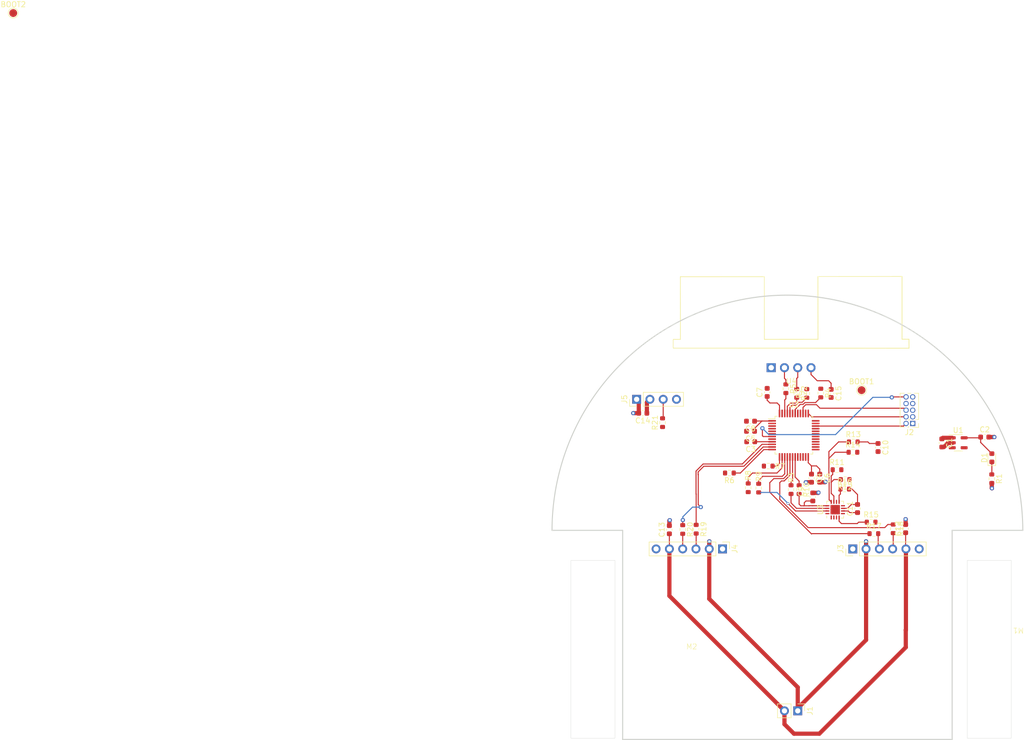
<source format=kicad_pcb>
(kicad_pcb (version 20221018) (generator pcbnew)
  (layers (0 "F.Cu" signal) (31 "B.Cu" signal) (34 "B.Paste" user) (35 "F.Paste" user) (36 "B.SilkS" user "B.Silkscreen") (37 "F.SilkS" user "F.Silkscreen") (38 "B.Mask" user) (39 "F.Mask" user) (44 "Edge.Cuts" user))
  (net 0 "")
  (net 1 "+3.3V")
  (net 2 "GND")
  (net 3 "+BATT")
  (net 4 "/external_uart/EXT_UART_RX")
  (net 5 "/mcu/IN_B2")
  (net 6 "/external_uart/EXT_UART_TX")
  (net 7 "/mcu/BOOT0")
  (net 8 "Net-(C10-Pad1)")
  (net 9 "/mcu/TIM15_CH1")
  (net 10 "Net-(D1-K)")
  (net 11 "/mcu/TIM15_CH2")
  (net 13 "/mcu/OUT_A4")
  (net 15 "/mcu/OUT_A5")
  (net 16 "/mcu/OUT_B0")
  (net 17 "/motorA/MA")
  (net 18 "/mcu/OUT_B1")
  (net 19 "Net-(J3-Pin_3)")
  (net 20 "/mcu/OUT_B9")
  (net 21 "Net-(J3-Pin_4)")
  (net 22 "/mcu/TIM3_CH1")
  (net 23 "/mcu/TIM2_CH1")
  (net 24 "/mcu/TIM3_CH2")
  (net 25 "/mcu/TIM2_CH2")
  (net 26 "/mcu/TIM8_CH2")
  (net 27 "Net-(U4-ECHO)")
  (net 28 "/motorA/MB")
  (net 29 "/motorB/MA")
  (net 30 "Net-(J4-Pin_3)")
  (net 31 "Net-(J4-Pin_4)")
  (net 32 "/motorB/MB")
  (net 33 "/mcu/~{RESET}")
  (net 34 "Net-(J5-Pin_3)")
  (net 35 "Net-(U2-PB0)")
  (net 36 "Net-(U2-PB6)")
  (net 37 "Net-(U2-PB9)")
  (net 38 "Net-(U2-PA2)")
  (net 39 "Net-(U2-PA3)")
  (net 40 "Net-(U2-PA4)")
  (net 41 "Net-(U2-PA5)")
  (net 42 "Net-(U3-REF)")
  (net 43 "Net-(U3-TOFF)")
  (net 44 "/mcu/SWDIO")
  (net 45 "Net-(U3-SENSEA)")
  (net 46 "Net-(U3-SENSEB)")
  (net 47 "/mcu/SWDCLK")
  (net 48 "/mcu/SWO")
  (footprint "Resistor_SMD:R_0603_1608Metric" (layer "F.Cu") (at 160.25 92.35)
    (fp_text reference "R16")
    (fp_text value "330 m")
  )
  (footprint "Package_QFP:LQFP-48_7x7mm_P0.5mm" (layer "F.Cu") (at 150.53033 82.043014)
    (fp_text reference "U2")
    (fp_text value "STM32F030C8Tx")
  )
  (footprint "Resistor_SMD:R_0603_1608Metric" (layer "F.Cu") (at 153 74.05 90)
    (fp_text reference "R2")
    (fp_text value "10k")
  )
  (footprint "minimouse:N20_with_encoder" (layer "F.Cu") (at 131 123)
    (fp_text reference "M2")
    (fp_text value "N20_encoder")
    (fp_rect (start -23.1 -17) (end -14.67 17) (stroke (width 0.05)) (fill none) (layer "Edge.Cuts"))
  )
  (footprint "Resistor_SMD:R_0603_1608Metric" (layer "F.Cu") (at 125.421467 79.638535 90)
    (fp_text reference "R21")
    (fp_text value "100")
  )
  (footprint "Resistor_SMD:R_0603_1608Metric" (layer "F.Cu") (at 129.275 100.075 -90)
    (fp_text reference "R20")
    (fp_text value "100")
  )
  (footprint "Capacitor_SMD:C_0603_1608Metric" (layer "F.Cu") (at 126.725 100.125 90)
    (fp_text reference "C13")
    (fp_text value "2.2uF")
  )
  (footprint "Capacitor_SMD:C_0603_1608Metric" (layer "F.Cu") (at 162.7 96.075 90)
    (fp_text reference "C11")
    (fp_text value "2.2 uF / 16V")
  )
  (footprint "TestPoint:TestPoint_Pad_D1.5mm" (layer "F.Cu") (at 163.475 73.425)
    (fp_text reference "BOOT1")
    (fp_text value "TestPoint")
  )
  (footprint "Package_DFN_QFN:VQFN-16-1EP_3x3mm_P0.5mm_EP1.8x1.8mm" (layer "F.Cu") (at 158.428724 96.289352 90)
    (fp_text reference "U3")
    (fp_text value "STSPIN240")
  )
  (footprint "Resistor_SMD:R_0603_1608Metric" (layer "F.Cu") (at 141.8 92.1 -90)
    (fp_text reference "R8")
    (fp_text value "100")
  )
  (footprint "Capacitor_SMD:C_0603_1608Metric" (layer "F.Cu") (at 145.425 73.85 90)
    (fp_text reference "C7")
    (fp_text value "0.1uF")
  )
  (footprint "Resistor_SMD:R_0603_1608Metric" (layer "F.Cu") (at 149 73.15 -90)
    (fp_text reference "R5")
    (fp_text value "100")
  )
  (footprint "minimouse:HC-SR04" (layer "F.Cu") (at 150 69.125)
    (fp_text reference "U4")
    (fp_text value "HC-SR04")
  )
  (footprint "Resistor_SMD:R_0603_1608Metric" (layer "F.Cu") (at 169.525 99.95 -90)
    (fp_text reference "R18")
    (fp_text value "100")
  )
  (footprint "Capacitor_SMD:C_0603_1608Metric" (layer "F.Cu") (at 142.238374 79.356874 180)
    (fp_text reference "C8")
    (fp_text value "0.1uF")
  )
  (footprint "Capacitor_SMD:C_0603_1608Metric" (layer "F.Cu") (at 166.625 84.4 -90)
    (fp_text reference "C10")
    (fp_text value "22 nF")
  )
  (footprint "minimouse:N20_with_encoder" (layer "F.Cu") (at 169 123 180)
    (fp_text reference "M1")
    (fp_text value "N20_encoder")
    (fp_rect (start -23.1 -17) (end -14.67 17) (stroke (width 0.05)) (fill none) (layer "Edge.Cuts"))
  )
  (footprint "Capacitor_SMD:C_0603_1608Metric" (layer "F.Cu") (at 121.65 77.825 180)
    (fp_text reference "C14")
    (fp_text value "2.2uF")
  )
  (footprint "Capacitor_SMD:C_0603_1608Metric" (layer "F.Cu") (at 157.65 74.05 -90)
    (fp_text reference "C15")
    (fp_text value "2.2uF")
  )
  (footprint "Connector_PinHeader_2.54mm:PinHeader_1x06_P2.54mm_Vertical" (layer "F.Cu") (at 136.89 103.8 -90)
    (fp_text reference "J4")
    (fp_text value "Conn_01x06")
  )
  (footprint "TestPoint:TestPoint_Pad_D1.5mm" (layer "F.Cu") (at 1.275 1.275)
    (fp_text reference "BOOT2")
    (fp_text value "RESET")
  )
  (footprint "Connector_PinHeader_2.54mm:PinHeader_1x02_P2.54mm_Vertical" (layer "F.Cu") (at 151.27 134.775 -90)
    (fp_text reference "J1")
    (fp_text value "Conn_01x02")
  )
  (footprint "Capacitor_SMD:C_0603_1608Metric" (layer "F.Cu") (at 154.15 93.85 90)
    (fp_text reference "C9")
    (fp_text value "1 nF")
  )
  (footprint "Capacitor_SMD:C_0603_1608Metric" (layer "F.Cu") (at 155.475228 90.265288 -90)
    (fp_text reference "C6")
    (fp_text value "0.1uF")
  )
  (footprint "Capacitor_SMD:C_0603_1608Metric" (layer "F.Cu") (at 187.017911 82.398126)
    (fp_text reference "C2")
    (fp_text value "2.2 uF")
  )
  (footprint "Connector_PinHeader_2.54mm:PinHeader_1x04_P2.54mm_Vertical" (layer "F.Cu") (at 120.467249 75.173504 90)
    (fp_text reference "J5")
    (fp_text value "Conn_01x04")
  )
  (footprint "Resistor_SMD:R_0603_1608Metric" (layer "F.Cu") (at 165.825 100.875)
    (fp_text reference "R17")
    (fp_text value "100")
  )
  (footprint "Resistor_SMD:R_0603_1608Metric" (layer "F.Cu") (at 188.369343 90.372555 -90)
    (fp_text reference "R1")
    (fp_text value "330")
  )
  (footprint "Resistor_SMD:R_0603_1608Metric" (layer "F.Cu") (at 155.675 73.975 -90)
    (fp_text reference "R4")
    (fp_text value "100")
  )
  (footprint "Resistor_SMD:R_0603_1608Metric" (layer "F.Cu") (at 138.2 89.275 180)
    (fp_text reference "R6")
    (fp_text value "100")
  )
  (footprint "minimouse:HC-SR04" (layer "F.Cu") (at 150 69.125)
    (fp_text reference "U4")
    (fp_text value "HC-SR04")
  )
  (footprint "Resistor_SMD:R_0603_1608Metric" (layer "F.Cu") (at 160.325 90.525 180)
    (fp_text reference "R12")
    (fp_text value "10 K")
  )
  (footprint "Resistor_SMD:R_0603_1608Metric" (layer "F.Cu") (at 158.775 88.65)
    (fp_text reference "R11")
    (fp_text value "10 K")
  )
  (footprint "Resistor_SMD:R_0603_1608Metric" (layer "F.Cu") (at 145.625 87.95 180)
    (fp_text reference "R7")
    (fp_text value "100")
  )
  (footprint "Capacitor_SMD:C_0603_1608Metric" (layer "F.Cu") (at 142.244546 81.283765 180)
    (fp_text reference "C5")
    (fp_text value "0.1uF")
  )
  (footprint "LED_SMD:LED_0603_1608Metric" (layer "F.Cu") (at 188.381172 86.357437 90)
    (fp_text reference "D1")
    (fp_text value "LED")
  )
  (footprint "Resistor_SMD:R_0603_1608Metric" (layer "F.Cu") (at 151.075 74.025 -90)
    (fp_text reference "R22")
    (fp_text value "100 ")
  )
  (footprint "Capacitor_SMD:C_0603_1608Metric" (layer "F.Cu") (at 153.898092 90.265288 -90)
    (fp_text reference "C4")
    (fp_text value "2.2uF")
  )
  (footprint "Resistor_SMD:R_0603_1608Metric" (layer "F.Cu") (at 143.800889 92.159069 -90)
    (fp_text reference "R9")
    (fp_text value "100")
  )
  (footprint "Connector_PinHeader_1.27mm:PinHeader_2x05_P1.27mm_Vertical" (layer "F.Cu") (at 173.25 79.795 180)
    (fp_text reference "J2")
    (fp_text value "Conn_ARM_JTAG_SWD_10")
  )
  (footprint "Capacitor_SMD:C_0603_1608Metric" (layer "F.Cu") (at 171.896833 99.921331 90)
    (fp_text reference "C12")
    (fp_text value "2.2uF")
  )
  (footprint "Connector_PinHeader_2.54mm:PinHeader_1x06_P2.54mm_Vertical" (layer "F.Cu") (at 161.795 103.8 90)
    (fp_text reference "J3")
    (fp_text value "Conn_01x06")
  )
  (footprint "Resistor_SMD:R_0603_1608Metric" (layer "F.Cu") (at 161.886372 83.326081)
    (fp_text reference "R13")
    (fp_text value "1 K")
  )
  (footprint "Resistor_SMD:R_0603_1608Metric" (layer "F.Cu") (at 151.534068 92.460276 -90)
    (fp_text reference "R10")
    (fp_text value "10 K")
  )
  (footprint "Capacitor_SMD:C_0603_1608Metric" (layer "F.Cu") (at 178.825 83.525 -90)
    (fp_text reference "C1")
    (fp_text value "2.2 uF")
  )
  (footprint "Resistor_SMD:R_0603_1608Metric" (layer "F.Cu") (at 161.825 85.3)
    (fp_text reference "R14")
    (fp_text value "47 K")
  )
  (footprint "Capacitor_SMD:C_0603_1608Metric" (layer "F.Cu") (at 142.278624 83.297197 180)
    (fp_text reference "C3")
    (fp_text value "2.2uF")
  )
  (footprint "Resistor_SMD:R_0603_1608Metric" (layer "F.Cu") (at 131.85 100.025 -90)
    (fp_text reference "R19")
    (fp_text value "100")
  )
  (footprint "Resistor_SMD:R_0603_1608Metric" (layer "F.Cu") (at 165.3 98.675)
    (fp_text reference "R15")
    (fp_text value "330 m")
  )
  (footprint "Package_TO_SOT_SMD:SOT-23-5" (layer "F.Cu") (at 181.945534 83.49203)
    (fp_text reference "U1")
    (fp_text value "LP5907MFX-1.2")
  )
  (footprint "Resistor_SMD:R_0603_1608Metric" (layer "F.Cu") (at 149.986057 92.445533 90)
    (fp_text reference "R3")
    (fp_text value "100")
  )
  (gr_arc (start 104.293271 100.246208) (mid 149.293271 55.246208) (end 194.293271 100.246208) (stroke (width 0.2)) (layer "Edge.Cuts"))
  (gr_line (start 180.793271 140.246208) (end 117.793271 140.246208) (stroke (width 0.2)) (layer "Edge.Cuts"))
  (gr_line (start 117.793271 100.246208) (end 104.293271 100.246208) (stroke (width 0.2)) (layer "Edge.Cuts"))
  (gr_line (start 180.793271 100.246208) (end 180.793271 140.246208) (stroke (width 0.2)) (layer "Edge.Cuts"))
  (gr_line (start 194.293271 100.246208) (end 180.793271 100.246208) (stroke (width 0.2)) (layer "Edge.Cuts"))
  (gr_line (start 117.793271 140.246208) (end 117.793271 100.246208) (stroke (width 0.2)) (layer "Edge.Cuts"))
  (segment (start 153.88658 87.916337) (end 154.861636 87.916337) (width 0.2) (layer "F.Cu") (net 1))
  (segment (start 153.88658 87.916337) (end 153.88658 88.001828) (width 0.2) (layer "F.Cu") (net 1))
  (segment (start 186.242911 82.398126) (end 186.242911 83.431676) (width 0.2) (layer "F.Cu") (net 1))
  (segment (start 147.775634 77.875818) (end 147.78033 77.880514) (width 0.2) (layer "F.Cu") (net 1))
  (segment (start 153.28033 86.205514) (end 153.28033 87.310087) (width 0.2) (layer "F.Cu") (net 1))
  (segment (start 154.861636 87.916337) (end 155.475228 88.529929) (width 0.2) (layer "F.Cu") (net 1))
  (segment (start 145.425 75.35) (end 145.95 75.875) (width 0.2) (layer "F.Cu") (net 1))
  (segment (start 145.95 75.875) (end 147.325 75.875) (width 0.2) (layer "F.Cu") (net 1))
  (segment (start 153.28033 87.310087) (end 153.88658 87.916337) (width 0.2) (layer "F.Cu") (net 1))
  (segment (start 153.898092 88.01334) (end 153.898092 89.490288) (width 0.2) (layer "F.Cu") (net 1))
  (segment (start 186.242911 83.431676) (end 188.381172 85.569937) (width 0.2) (layer "F.Cu") (net 1))
  (segment (start 153.28033 86.205514) (end 153.324594 86.249778) (width 0.2) (layer "F.Cu") (net 1))
  (segment (start 147.325 75.875) (end 147.75 76.3) (width 0.2) (layer "F.Cu") (net 1))
  (segment (start 145.425 74.625) (end 145.425 75.35) (width 0.2) (layer "F.Cu") (net 1))
  (segment (start 183.083034 82.54203) (end 186.099007 82.54203) (width 0.2) (layer "F.Cu") (net 1))
  (segment (start 155.475228 88.529929) (end 155.475228 89.490288) (width 0.2) (layer "F.Cu") (net 1))
  (segment (start 186.099007 82.54203) (end 186.242911 82.398126) (width 0.2) (layer "F.Cu") (net 1))
  (segment (start 153.88658 88.001828) (end 153.898092 88.01334) (width 0.2) (layer "F.Cu") (net 1))
  (segment (start 147.775 76.3) (end 147.78033 76.30533) (width 0.2) (layer "F.Cu") (net 1))
  (segment (start 143.308999 79.328198) (end 144.42 79.328198) (width 0.2) (layer "F.Cu") (net 1))
  (segment (start 147.75 76.3) (end 147.775 76.3) (width 0.2) (layer "F.Cu") (net 1))
  (segment (start 146.332646 79.328198) (end 146.36783 79.293014) (width 0.2) (layer "F.Cu") (net 1))
  (segment (start 143.019546 81.283765) (end 143.019546 80.728652) (width 0.2) (layer "F.Cu") (net 1))
  (segment (start 144.42 79.328198) (end 146.332646 79.328198) (width 0.2) (layer "F.Cu") (net 1))
  (segment (start 143.019546 80.728652) (end 144.42 79.328198) (width 0.2) (layer "F.Cu") (net 1))
  (segment (start 143.057807 83.293014) (end 143.053624 83.297197) (width 0.2) (layer "F.Cu") (net 1))
  (segment (start 147.78033 76.30533) (end 147.78033 77.880514) (width 0.2) (layer "F.Cu") (net 1))
  (segment (start 146.36783 83.293014) (end 143.057807 83.293014) (width 0.2) (layer "F.Cu") (net 1))
  (segment (start 120.875 77.825) (end 120.875 75.581255) (width 0.8) (layer "F.Cu") (net 2))
  (segment (start 120.875 75.581255) (end 120.467249 75.173504) (width 0.8) (layer "F.Cu") (net 2))
  (segment (start 126.725 99.35) (end 126.725 98.375) (width 0.8) (layer "F.Cu") (net 2))
  (segment (start 155.175 93.075) (end 155.225 93.025) (width 0.8) (layer "F.Cu") (net 2))
  (segment (start 179.980718 83.54203) (end 180.808034 83.54203) (width 0.8) (layer "F.Cu") (net 2))
  (segment (start 134.35 103.8) (end 134.35 113.35) (width 0.8) (layer "F.Cu") (net 2))
  (segment (start 154.15 93.075) (end 155.175 93.075) (width 0.8) (layer "F.Cu") (net 2))
  (segment (start 188.369343 92.169343) (end 188.4 92.2) (width 0.8) (layer "F.Cu") (net 2))
  (segment (start 153.898092 91.040288) (end 152.834712 91.040288) (width 0.8) (layer "F.Cu") (net 2))
  (segment (start 164.335 103.8) (end 164.335 121.22061) (width 0.8) (layer "F.Cu") (net 2))
  (segment (start 151.27 130.27) (end 151.27 134.775) (width 0.8) (layer "F.Cu") (net 2))
  (segment (start 161.075 92.35) (end 161.65 92.35) (width 0.2) (layer "F.Cu") (net 2))
  (segment (start 161.525 95.3) (end 162.7 95.3) (width 0.2) (layer "F.Cu") (net 2))
  (segment (start 156.484712 91.040288) (end 156.575 90.95) (width 0.8) (layer "F.Cu") (net 2))
  (segment (start 179.222748 84.3) (end 179.980718 83.54203) (width 0.8) (layer "F.Cu") (net 2))
  (segment (start 134.35 113.35) (end 151.27 130.27) (width 0.8) (layer "F.Cu") (net 2))
  (segment (start 151.27 134.28561) (end 151.27 134.775) (width 0.8) (layer "F.Cu") (net 2))
  (segment (start 161.65 92.35) (end 162.7 93.4) (width 0.2) (layer "F.Cu") (net 2))
  (segment (start 164.335 121.22061) (end 151.27 134.28561) (width 0.8) (layer "F.Cu") (net 2))
  (segment (start 120.875 77.825) (end 119.825 77.825) (width 0.8) (layer "F.Cu") (net 2))
  (segment (start 162.7 93.4) (end 162.7 95.3) (width 0.2) (layer "F.Cu") (net 2))
  (segment (start 160.785648 96.039352) (end 161.525 95.3) (width 0.2) (layer "F.Cu") (net 2))
  (segment (start 187.792911 82.398126) (end 188.848126 82.398126) (width 0.8) (layer "F.Cu") (net 2))
  (segment (start 134.35 102.375) (end 134.375 102.35) (width 0.8) (layer "F.Cu") (net 2))
  (segment (start 126.725 98.375) (end 126.8 98.3) (width 0.8) (layer "F.Cu") (net 2))
  (segment (start 188.848126 82.398126) (end 188.85 82.4) (width 0.8) (layer "F.Cu") (net 2))
  (segment (start 159.916224 96.039352) (end 160.785648 96.039352) (width 0.2) (layer "F.Cu") (net 2))
  (segment (start 155.475228 91.040288) (end 156.484712 91.040288) (width 0.8) (layer "F.Cu") (net 2))
  (segment (start 171.896833 98.112842) (end 171.893642 98.109651) (width 0.8) (layer "F.Cu") (net 2))
  (segment (start 164.335 103.8) (end 164.335 102.36) (width 0.8) (layer "F.Cu") (net 2))
  (segment (start 178.825 84.3) (end 179.222748 84.3) (width 0.8) (layer "F.Cu") (net 2))
  (segment (start 134.35 103.8) (end 134.35 102.375) (width 0.8) (layer "F.Cu") (net 2))
  (segment (start 188.369343 91.197555) (end 188.369343 92.169343) (width 0.8) (layer "F.Cu") (net 2))
  (segment (start 164.335 102.36) (end 164.325 102.35) (width 0.8) (layer "F.Cu") (net 2))
  (segment (start 171.896833 99.146331) (end 171.896833 98.112842) (width 0.8) (layer "F.Cu") (net 2))
  (segment (start 152.834712 91.040288) (end 152.825 91.05) (width 0.8) (layer "F.Cu") (net 2))
  (via (at 188.4 92.2) (size 0.8) (drill 0.4) (layers "F.Cu" "B.Cu") (net 2))
  (via (at 152.825 91.05) (size 0.8) (drill 0.4) (layers "F.Cu" "B.Cu") (net 2))
  (via (at 156.575 90.95) (size 0.8) (drill 0.4) (layers "F.Cu" "B.Cu") (net 2))
  (via (at 171.893642 98.109651) (size 0.8) (drill 0.4) (layers "F.Cu" "B.Cu") (net 2))
  (via (at 155.225 93.025) (size 0.8) (drill 0.4) (layers "F.Cu" "B.Cu") (net 2))
  (via (at 119.825 77.825) (size 0.8) (drill 0.4) (layers "F.Cu" "B.Cu") (net 2))
  (via (at 126.8 98.3) (size 0.8) (drill 0.4) (layers "F.Cu" "B.Cu") (net 2))
  (via (at 134.375 102.35) (size 0.8) (drill 0.4) (layers "F.Cu" "B.Cu") (net 2))
  (via (at 188.85 82.4) (size 0.8) (drill 0.4) (layers "F.Cu" "B.Cu") (net 2))
  (via (at 164.325 102.35) (size 0.8) (drill 0.4) (layers "F.Cu" "B.Cu") (net 2))
  (segment (start 155 71.625) (end 157.175 71.625) (width 0.2) (layer "F.Cu") (net 3))
  (segment (start 171.925 122.625) (end 171.925 119.325) (width 0.8) (layer "F.Cu") (net 3))
  (segment (start 171.896833 100.696331) (end 171.896833 103.741833) (width 0.2) (layer "F.Cu") (net 3))
  (segment (start 180.74191 82.475906) (end 180.808034 82.54203) (width 0.2) (layer "F.Cu") (net 3))
  (segment (start 148.73 134.775) (end 148.73 137.33) (width 0.8) (layer "F.Cu") (net 3))
  (segment (start 157.175 71.625) (end 157.65 72.1) (width 0.2) (layer "F.Cu") (net 3))
  (segment (start 122.425 75.755753) (end 123.007249 75.173504) (width 0.8) (layer "F.Cu") (net 3))
  (segment (start 148.73 137.33) (end 150.55 139.15) (width 0.8) (layer "F.Cu") (net 3))
  (segment (start 157.65 72.1) (end 157.65 73.275) (width 0.2) (layer "F.Cu") (net 3))
  (segment (start 153.81 69.125) (end 153.81 70.435) (width 0.2) (layer "F.Cu") (net 3))
  (segment (start 155.4 139.15) (end 171.925 122.625) (width 0.8) (layer "F.Cu") (net 3))
  (segment (start 171.896833 103.741833) (end 171.955 103.8) (width 0.2) (layer "F.Cu") (net 3))
  (segment (start 159.916224 96.539352) (end 160.914352 96.539352) (width 0.2) (layer "F.Cu") (net 3))
  (segment (start 179.03297 82.54203) (end 180.808034 82.54203) (width 0.8) (layer "F.Cu") (net 3))
  (segment (start 126.73 112.775) (end 126.73 103.8) (width 0.8) (layer "F.Cu") (net 3))
  (segment (start 160.914352 96.539352) (end 161.225 96.85) (width 0.2) (layer "F.Cu") (net 3))
  (segment (start 122.425 77.825) (end 122.425 75.755753) (width 0.8) (layer "F.Cu") (net 3))
  (segment (start 171.955 119.295) (end 171.955 103.8) (width 0.8) (layer "F.Cu") (net 3))
  (segment (start 148.73 134.775) (end 126.73 112.775) (width 0.8) (layer "F.Cu") (net 3))
  (segment (start 171.925 119.325) (end 171.955 119.295) (width 0.8) (layer "F.Cu") (net 3))
  (segment (start 126.725 103.795) (end 126.73 103.8) (width 0.2) (layer "F.Cu") (net 3))
  (segment (start 161.225 96.85) (end 162.7 96.85) (width 0.2) (layer "F.Cu") (net 3))
  (segment (start 126.725 100.9) (end 126.725 103.795) (width 0.2) (layer "F.Cu") (net 3))
  (segment (start 150.55 139.15) (end 155.4 139.15) (width 0.8) (layer "F.Cu") (net 3))
  (segment (start 178.825 82.75) (end 179.03297 82.54203) (width 0.8) (layer "F.Cu") (net 3))
  (segment (start 153.81 70.435) (end 155 71.625) (width 0.2) (layer "F.Cu") (net 3))
  (segment (start 153.432027 95.549849) (end 152.45 95.549849) (width 0.2) (layer "F.Cu") (net 5))
  (segment (start 151.534068 95.234478) (end 151.534068 93.285276) (width 0.2) (layer "F.Cu") (net 5))
  (segment (start 153.442524 95.539352) (end 153.432027 95.549849) (width 0.2) (layer "F.Cu") (net 5))
  (segment (start 152.45 95.549849) (end 151.849439 95.549849) (width 0.2) (layer "F.Cu") (net 5))
  (segment (start 154.1 95.539352) (end 154.118297 95.521055) (width 0.2) (layer "F.Cu") (net 5))
  (segment (start 152.525 94.95) (end 152.525 95.474849) (width 0.2) (layer "F.Cu") (net 5))
  (segment (start 154.1 95.539352) (end 153.442524 95.539352) (width 0.2) (layer "F.Cu") (net 5))
  (segment (start 152.85 94.625) (end 152.525 94.95) (width 0.2) (layer "F.Cu") (net 5))
  (segment (start 154.15 94.625) (end 152.85 94.625) (width 0.2) (layer "F.Cu") (net 5))
  (segment (start 151.849439 95.549849) (end 151.534068 95.234478) (width 0.2) (layer "F.Cu") (net 5))
  (segment (start 156.941224 95.539352) (end 154.1 95.539352) (width 0.2) (layer "F.Cu") (net 5))
  (segment (start 152.525 95.474849) (end 152.45 95.549849) (width 0.2) (layer "F.Cu") (net 5))
  (segment (start 149.78033 76.71967) (end 149.78033 77.880514) (width 0.2) (layer "F.Cu") (net 7))
  (segment (start 150.975 76.3) (end 150.2 76.3) (width 0.2) (layer "F.Cu") (net 7))
  (segment (start 151.475 75.8) (end 150.975 76.3) (width 0.2) (layer "F.Cu") (net 7))
  (segment (start 152.125 75.75) (end 151.475 75.75) (width 0.2) (layer "F.Cu") (net 7))
  (segment (start 153 74.875) (end 152.125 75.75) (width 0.2) (layer "F.Cu") (net 7))
  (segment (start 151.475 75.75) (end 151.475 75.8) (width 0.2) (layer "F.Cu") (net 7))
  (segment (start 150.2 76.3) (end 149.78033 76.71967) (width 0.2) (layer "F.Cu") (net 7))
  (segment (start 164.676081 83.326081) (end 164.975 83.625) (width 0.2) (layer "F.Cu") (net 8))
  (segment (start 164.975 83.625) (end 166.625 83.625) (width 0.2) (layer "F.Cu") (net 8))
  (segment (start 162.711372 83.326081) (end 164.676081 83.326081) (width 0.2) (layer "F.Cu") (net 8))
  (segment (start 188.381172 87.144937) (end 188.381172 89.535726) (width 0.2) (layer "F.Cu") (net 10))
  (segment (start 188.381172 89.535726) (end 188.369343 89.547555) (width 0.2) (layer "F.Cu") (net 10))
  (segment (start 150.851093 96.539352) (end 149.407247 95.095506) (width 0.2) (layer "F.Cu") (net 15))
  (segment (start 156.941224 96.539352) (end 150.851093 96.539352) (width 0.2) (layer "F.Cu") (net 15))
  (via (at 149.407247 95.095506) (size 0.5) (drill 0.3) (layers "F.Cu" "B.Cu") (net 15))
  (segment (start 147.307758 92.996017) (end 144.158526 92.996017) (width 0.2) (layer "B.Cu") (net 15))
  (segment (start 149.407247 95.095506) (end 147.307758 92.996017) (width 0.2) (layer "B.Cu") (net 15))
  (segment (start 149.986057 94.995593) (end 151.029816 96.039352) (width 0.2) (layer "F.Cu") (net 16))
  (segment (start 149.986057 93.270533) (end 149.986057 94.995593) (width 0.2) (layer "F.Cu") (net 16))
  (segment (start 151.029816 96.039352) (end 156.941224 96.039352) (width 0.2) (layer "F.Cu") (net 16))
  (segment (start 150.78033 86.205514) (end 150.78033 90.061385) (width 0.2) (layer "F.Cu") (net 18))
  (segment (start 151.534068 90.815122) (end 151.534068 91.635276) (width 0.2) (layer "F.Cu") (net 18))
  (segment (start 150.78033 90.061385) (end 151.534068 90.815122) (width 0.2) (layer "F.Cu") (net 18))
  (segment (start 166.65 100.875) (end 166.65 103.575) (width 0.2) (layer "F.Cu") (net 19))
  (segment (start 166.65 103.575) (end 166.875 103.8) (width 0.2) (layer "F.Cu") (net 19))
  (segment (start 166.975 103.7) (end 166.875 103.8) (width 0.2) (layer "F.Cu") (net 19))
  (segment (start 149.025 71.45) (end 149 71.475) (width 0.2) (layer "F.Cu") (net 20))
  (segment (start 148.73 71.155) (end 149.025 71.45) (width 0.2) (layer "F.Cu") (net 20))
  (segment (start 148.73 69.125) (end 148.73 71.155) (width 0.2) (layer "F.Cu") (net 20))
  (segment (start 149 71.475) (end 149 72.325) (width 0.2) (layer "F.Cu") (net 20))
  (segment (start 169.525 100.775) (end 169.525 103.69) (width 0.2) (layer "F.Cu") (net 21))
  (segment (start 169.525 103.69) (end 169.415 103.8) (width 0.2) (layer "F.Cu") (net 21))
  (segment (start 153.893237 100.925) (end 153.943237 100.875) (width 0.2) (layer "F.Cu") (net 22))
  (segment (start 153.893237 100.925) (end 145.92016 92.951923) (width 0.2) (layer "F.Cu") (net 22))
  (segment (start 146.701076 90.341474) (end 148.565322 90.341474) (width 0.2) (layer "F.Cu") (net 22))
  (segment (start 148.565322 90.341474) (end 149.28033 89.626466) (width 0.2) (layer "F.Cu") (net 22))
  (segment (start 149.28033 89.626466) (end 149.28033 86.205514) (width 0.2) (layer "F.Cu") (net 22))
  (segment (start 145.92016 92.951923) (end 145.92016 91.12239) (width 0.2) (layer "F.Cu") (net 22))
  (segment (start 153.943237 100.875) (end 165 100.875) (width 0.2) (layer "F.Cu") (net 22))
  (segment (start 145.92016 91.12239) (end 146.701076 90.341474) (width 0.2) (layer "F.Cu") (net 22))
  (segment (start 131.825 88.9) (end 131.825 93.275) (width 0.2) (layer "F.Cu") (net 23))
  (segment (start 133.175 87.55) (end 131.825 88.9) (width 0.2) (layer "F.Cu") (net 23))
  (segment (start 146.36783 83.793014) (end 144.431986 83.793014) (width 0.2) (layer "F.Cu") (net 23))
  (segment (start 131.85 93.3) (end 131.85 99.2) (width 0.2) (layer "F.Cu") (net 23))
  (segment (start 144.431986 83.793014) (end 140.675 87.55) (width 0.2) (layer "F.Cu") (net 23))
  (segment (start 131.825 93.275) (end 131.85 93.3) (width 0.2) (layer "F.Cu") (net 23))
  (segment (start 140.675 87.55) (end 133.175 87.55) (width 0.2) (layer "F.Cu") (net 23))
  (segment (start 153.258923 99.725) (end 147.833658 94.299735) (width 0.2) (layer "F.Cu") (net 24))
  (segment (start 147.833658 91.111047) (end 148.153531 90.791174) (width 0.2) (layer "F.Cu") (net 24))
  (segment (start 148.681308 90.791174) (end 149.78033 89.692152) (width 0.2) (layer "F.Cu") (net 24))
  (segment (start 167.9 99.725) (end 153.258923 99.725) (width 0.2) (layer "F.Cu") (net 24))
  (segment (start 168.5 99.125) (end 167.9 99.725) (width 0.2) (layer "F.Cu") (net 24))
  (segment (start 148.153531 90.791174) (end 148.681308 90.791174) (width 0.2) (layer "F.Cu") (net 24))
  (segment (start 149.78033 89.692152) (end 149.78033 86.205514) (width 0.2) (layer "F.Cu") (net 24))
  (segment (start 169.525 99.125) (end 168.5 99.125) (width 0.2) (layer "F.Cu") (net 24))
  (segment (start 147.833658 94.299735) (end 147.833658 91.111047) (width 0.2) (layer "F.Cu") (net 24))
  (segment (start 129.275 98.3) (end 129.3 98.275) (width 0.2) (layer "F.Cu") (net 25))
  (segment (start 144.656986 84.293014) (end 140.975 87.975) (width 0.2) (layer "F.Cu") (net 25))
  (segment (start 132.225 89.065686) (end 132.225 89.55) (width 0.2) (layer "F.Cu") (net 25))
  (segment (start 140.975 87.975) (end 133.315686 87.975) (width 0.2) (layer "F.Cu") (net 25))
  (segment (start 132.825 95.9) (end 132.725 95.8) (width 0.2) (layer "F.Cu") (net 25))
  (segment (start 133.315686 87.975) (end 132.225 89.065686) (width 0.2) (layer "F.Cu") (net 25))
  (segment (start 132.25 95.325) (end 132.725 95.8) (width 0.2) (layer "F.Cu") (net 25))
  (segment (start 129.275 99.25) (end 129.275 98.3) (width 0.2) (layer "F.Cu") (net 25))
  (segment (start 132.25 89.575) (end 132.25 95.325) (width 0.2) (layer "F.Cu") (net 25))
  (segment (start 132.225 89.55) (end 132.25 89.575) (width 0.2) (layer "F.Cu") (net 25))
  (segment (start 146.36783 84.293014) (end 144.656986 84.293014) (width 0.2) (layer "F.Cu") (net 25))
  (via (at 132.725 95.8) (size 0.8) (drill 0.4) (layers "F.Cu" "B.Cu") (net 25))
  (via (at 129.3 98.275) (size 0.8) (drill 0.4) (layers "F.Cu" "B.Cu") (net 25))
  (segment (start 131.15 95.8) (end 132.725 95.8) (width 0.2) (layer "B.Cu") (net 25))
  (segment (start 129.3 98.275) (end 129.3 97.65) (width 0.2) (layer "B.Cu") (net 25))
  (segment (start 129.3 97.65) (end 131.15 95.8) (width 0.2) (layer "B.Cu") (net 25))
  (segment (start 150.809314 75.9) (end 149.890686 75.9) (width 0.2) (layer "F.Cu") (net 26))
  (segment (start 151.075 74.85) (end 151.075 75.634314) (width 0.2) (layer "F.Cu") (net 26))
  (segment (start 151.075 75.634314) (end 150.809314 75.9) (width 0.2) (layer "F.Cu") (net 26))
  (segment (start 149.890686 75.9) (end 149.28033 76.510355) (width 0.2) (layer "F.Cu") (net 26))
  (segment (start 149.28033 76.510355) (end 149.28033 77.880514) (width 0.2) (layer "F.Cu") (net 26))
  (segment (start 151.075 71.175) (end 151.075 73.2) (width 0.2) (layer "F.Cu") (net 27))
  (segment (start 151.27 69.125) (end 151.27 70.98) (width 0.2) (layer "F.Cu") (net 27))
  (segment (start 151.27 70.98) (end 151.075 71.175) (width 0.2) (layer "F.Cu") (net 27))
  (segment (start 151.125 73) (end 151.075 72.95) (width 0.2) (layer "F.Cu") (net 27))
  (segment (start 131.85 100.85) (end 131.85 103.76) (width 0.2) (layer "F.Cu") (net 30))
  (segment (start 131.85 103.76) (end 131.81 103.8) (width 0.2) (layer "F.Cu") (net 30))
  (segment (start 129.275 103.795) (end 129.27 103.8) (width 0.2) (layer "F.Cu") (net 31))
  (segment (start 129.275 100.9) (end 129.275 103.795) (width 0.2) (layer "F.Cu") (net 31))
  (segment (start 144.668014 82.293014) (end 146.36783 82.293014) (width 0.2) (layer "F.Cu") (net 33))
  (segment (start 144.5125 82.1375) (end 144.668014 82.293014) (width 0.2) (layer "F.Cu") (net 33))
  (segment (start 169.335 74.715) (end 169.25 74.8) (width 0.2) (layer "F.Cu") (net 33))
  (segment (start 171.98 74.715) (end 169.335 74.715) (width 0.2) (layer "F.Cu") (net 33))
  (segment (start 144.5125 80.7125) (end 144.5125 82.1375) (width 0.2) (layer "F.Cu") (net 33))
  (via (at 169.25 74.8) (size 0.8) (drill 0.4) (layers "F.Cu" "B.Cu") (net 33))
  (via (at 144.5125 80.7125) (size 0.8) (drill 0.4) (layers "F.Cu" "B.Cu") (net 33))
  (segment (start 169.25 74.8) (end 165.625 74.8) (width 0.2) (layer "B.Cu") (net 33))
  (segment (start 144.475 80.675) (end 144.5125 80.7125) (width 0.2) (layer "B.Cu") (net 33))
  (segment (start 165.625 74.8) (end 158.5 81.925) (width 0.2) (layer "B.Cu") (net 33))
  (segment (start 158.5 81.925) (end 145.725 81.925) (width 0.2) (layer "B.Cu") (net 33))
  (segment (start 145.725 81.925) (end 144.5125 80.7125) (width 0.2) (layer "B.Cu") (net 33))
  (segment (start 125.547249 78.687753) (end 125.421467 78.813535) (width 0.2) (layer "F.Cu") (net 34))
  (segment (start 125.547249 75.173504) (end 125.547249 78.687753) (width 0.2) (layer "F.Cu") (net 34))
  (segment (start 150.28033 90.746003) (end 150.28033 86.205514) (width 0.2) (layer "F.Cu") (net 35))
  (segment (start 149.986057 91.040276) (end 150.28033 90.746003) (width 0.2) (layer "F.Cu") (net 35))
  (segment (start 149.986057 91.620533) (end 149.986057 91.040276) (width 0.2) (layer "F.Cu") (net 35))
  (segment (start 150.216688 91.389902) (end 149.986057 91.620533) (width 0.2) (layer "F.Cu") (net 35))
  (segment (start 152.640686 75.8) (end 154.675 75.8) (width 0.2) (layer "F.Cu") (net 36))
  (segment (start 151.740934 76.15) (end 152.290686 76.15) (width 0.2) (layer "F.Cu") (net 36))
  (segment (start 150.78033 77.110604) (end 151.740934 76.15) (width 0.2) (layer "F.Cu") (net 36))
  (segment (start 152.290686 76.15) (end 152.640686 75.8) (width 0.2) (layer "F.Cu") (net 36))
  (segment (start 150.8 77.860844) (end 150.78033 77.880514) (width 0.2) (layer "F.Cu") (net 36))
  (segment (start 150.78033 77.880514) (end 150.78033 77.110604) (width 0.2) (layer "F.Cu") (net 36))
  (segment (start 154.675 75.8) (end 155.675 74.8) (width 0.2) (layer "F.Cu") (net 36))
  (segment (start 148.78033 75.29467) (end 149 75.075) (width 0.2) (layer "F.Cu") (net 37))
  (segment (start 148.78033 77.880514) (end 148.78033 75.29467) (width 0.2) (layer "F.Cu") (net 37))
  (segment (start 149 75.075) (end 149 73.975) (width 0.2) (layer "F.Cu") (net 37))
  (segment (start 146.36783 84.793014) (end 144.781986 84.793014) (width 0.2) (layer "F.Cu") (net 38))
  (segment (start 140.3 89.275) (end 139.025 89.275) (width 0.2) (layer "F.Cu") (net 38))
  (segment (start 144.781986 84.793014) (end 140.3 89.275) (width 0.2) (layer "F.Cu") (net 38))
  (segment (start 147.275 87.95) (end 146.45 87.95) (width 0.2) (layer "F.Cu") (net 39))
  (segment (start 147.78033 87.44467) (end 147.275 87.95) (width 0.2) (layer "F.Cu") (net 39))
  (segment (start 147.78033 86.205514) (end 147.78033 87.44467) (width 0.2) (layer "F.Cu") (net 39))
  (segment (start 142.625 89.275) (end 141.8 90.1) (width 0.2) (layer "F.Cu") (net 40))
  (segment (start 148.275 87.515686) (end 148.275 88.3) (width 0.2) (layer "F.Cu") (net 40))
  (segment (start 141.8 90.1) (end 141.8 91.275) (width 0.2) (layer "F.Cu") (net 40))
  (segment (start 148.28033 86.205514) (end 148.28033 87.510356) (width 0.2) (layer "F.Cu") (net 40))
  (segment (start 148.275 88.3) (end 147.3 89.275) (width 0.2) (layer "F.Cu") (net 40))
  (segment (start 147.3 89.275) (end 142.625 89.275) (width 0.2) (layer "F.Cu") (net 40))
  (segment (start 148.28033 87.510356) (end 148.275 87.515686) (width 0.2) (layer "F.Cu") (net 40))
  (segment (start 148.78033 89.437709) (end 148.303139 89.9149) (width 0.2) (layer "F.Cu") (net 41))
  (segment (start 144.562947 89.9149) (end 143.800889 90.676958) (width 0.2) (layer "F.Cu") (net 41))
  (segment (start 148.303139 89.9149) (end 144.562947 89.9149) (width 0.2) (layer "F.Cu") (net 41))
  (segment (start 143.800889 90.676958) (end 143.800889 91.334069) (width 0.2) (layer "F.Cu") (net 41))
  (segment (start 148.78033 86.205514) (end 148.78033 89.437709) (width 0.2) (layer "F.Cu") (net 41))
  (segment (start 157.675 91.05) (end 157.675 89.825) (width 0.2) (layer "F.Cu") (net 42))
  (segment (start 158.178724 94.801852) (end 158.178724 93.678724) (width 0.2) (layer "F.Cu") (net 42))
  (segment (start 158.178724 93.678724) (end 157.675 93.175) (width 0.2) (layer "F.Cu") (net 42))
  (segment (start 157.95 89.55) (end 157.95 88.65) (width 0.2) (layer "F.Cu") (net 42))
  (segment (start 158.2 90.525) (end 157.675 91.05) (width 0.2) (layer "F.Cu") (net 42))
  (segment (start 157.675 89.825) (end 157.95 89.55) (width 0.2) (layer "F.Cu") (net 42))
  (segment (start 159.5 90.525) (end 158.2 90.525) (width 0.2) (layer "F.Cu") (net 42))
  (segment (start 157.675 93.175) (end 157.675 91.05) (width 0.2) (layer "F.Cu") (net 42))
  (segment (start 157.225 89.609314) (end 157.225 86.475) (width 0.2) (layer "F.Cu") (net 43))
  (segment (start 158.4 85.3) (end 157.225 86.475) (width 0.2) (layer "F.Cu") (net 43))
  (segment (start 157.275 89.659314) (end 157.225 89.609314) (width 0.2) (layer "F.Cu") (net 43))
  (segment (start 157.225 86.475) (end 157.225 85.175) (width 0.2) (layer "F.Cu") (net 43))
  (segment (start 161 85.3) (end 158.4 85.3) (width 0.2) (layer "F.Cu") (net 43))
  (segment (start 157.275 94.398128) (end 157.275 89.659314) (width 0.2) (layer "F.Cu") (net 43))
  (segment (start 159.073919 83.326081) (end 161.061372 83.326081) (width 0.2) (layer "F.Cu") (net 43))
  (segment (start 157.225 85.175) (end 159.073919 83.326081) (width 0.2) (layer "F.Cu") (net 43))
  (segment (start 157.678724 94.801852) (end 157.275 94.398128) (width 0.2) (layer "F.Cu") (net 43))
  (segment (start 171.481986 80.293014) (end 154.69283 80.293014) (width 0.2) (layer "F.Cu") (net 44))
  (segment (start 171.98 79.795) (end 171.481986 80.293014) (width 0.2) (layer "F.Cu") (net 44))
  (segment (start 159.178724 97.776852) (end 159.178724 98.503724) (width 0.2) (layer "F.Cu") (net 45))
  (segment (start 159.625 98.95) (end 162.65 98.95) (width 0.2) (layer "F.Cu") (net 45))
  (segment (start 162.65 98.95) (end 162.925 98.675) (width 0.2) (layer "F.Cu") (net 45))
  (segment (start 159.178724 98.503724) (end 159.625 98.95) (width 0.2) (layer "F.Cu") (net 45))
  (segment (start 162.925 98.675) (end 164.475 98.675) (width 0.2) (layer "F.Cu") (net 45))
  (segment (start 159.425 92.35) (end 159.425 93.3) (width 0.2) (layer "F.Cu") (net 46))
  (segment (start 159.178724 93.546276) (end 159.178724 94.801852) (width 0.2) (layer "F.Cu") (net 46))
  (segment (start 159.425 93.3) (end 159.178724 93.546276) (width 0.2) (layer "F.Cu") (net 46))
  (segment (start 171.98 78.525) (end 153.924816 78.525) (width 0.2) (layer "F.Cu") (net 47))
  (segment (start 153.924816 78.525) (end 153.28033 77.880514) (width 0.2) (layer "F.Cu") (net 47))
  (segment (start 152.456372 76.55) (end 152.45 76.55) (width 0.2) (layer "F.Cu") (net 48))
  (segment (start 152.45 76.55) (end 152.28033 76.71967) (width 0.2) (layer "F.Cu") (net 48))
  (segment (start 152.806372 76.2) (end 152.456372 76.55) (width 0.2) (layer "F.Cu") (net 48))
  (segment (start 154.840686 76.2) (end 152.806372 76.2) (width 0.2) (layer "F.Cu") (net 48))
  (segment (start 152.28033 76.71967) (end 152.28033 77.880514) (width 0.2) (layer "F.Cu") (net 48))
  (segment (start 171.6 76.875) (end 155.515686 76.875) (width 0.2) (layer "F.Cu") (net 48))
  (segment (start 171.98 77.255) (end 171.6 76.875) (width 0.2) (layer "F.Cu") (net 48))
  (segment (start 155.515686 76.875) (end 154.840686 76.2) (width 0.2) (layer "F.Cu") (net 48))
)
</source>
